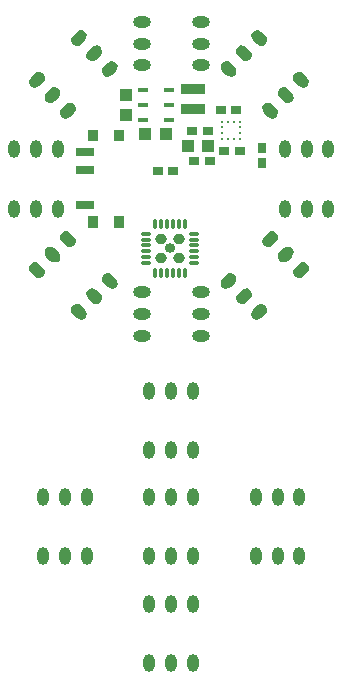
<source format=gtp>
G04 DipTrace 2.4.0.2*
%INfemale.gtp*%
%MOMM*%
%ADD19O,0.86X0.85*%
%ADD21O,0.973X0.96*%
%ADD23O,0.28X1.0*%
%ADD24O,1.0X0.28*%
%ADD28R,0.9X0.4*%
%ADD31O,1.5X1.0*%
%ADD32R,1.0X1.1*%
%ADD33R,1.1X1.0*%
%ADD34R,2.0X0.85*%
%ADD36O,1.0X1.5*%
%ADD39R,0.9X0.7*%
%ADD40R,0.7X0.9*%
%ADD41R,0.275X0.25*%
%ADD42R,0.25X0.275*%
%FSLAX53Y53*%
G04*
G71*
G90*
G75*
G01*
%LNTopPaste*%
%LPD*%
D19*
X26502Y46310D3*
D21*
X27275Y47048D3*
X25712Y47058D3*
X27265Y45515D3*
X25708Y45505D3*
D23*
X27748Y48338D3*
X27248D3*
X26748D3*
X26248D3*
X25748D3*
X25248D3*
D24*
X24448Y47538D3*
Y47038D3*
Y46538D3*
Y46038D3*
Y45538D3*
Y45038D3*
D23*
X25248Y44238D3*
X25748D3*
X26248D3*
X26748D3*
X27248D3*
X27748D3*
D24*
X28548Y45038D3*
Y45538D3*
Y46038D3*
Y46538D3*
Y47038D3*
Y47538D3*
D28*
X24193Y59731D3*
Y58431D3*
Y57131D3*
X26393D3*
Y58431D3*
Y59731D3*
D31*
X29118Y38855D3*
Y40705D3*
Y42555D3*
X24118D3*
Y40705D3*
Y38855D3*
D32*
X22758Y59261D3*
Y57561D3*
D33*
X26131Y55949D3*
X24431D3*
D34*
X28452Y59786D3*
Y58086D3*
G36*
X18615Y40396D2*
X18803Y40277D1*
X19024Y40253D1*
X19234Y40326D1*
X19392Y40483D1*
X19465Y40693D1*
X19440Y40915D1*
X19322Y41103D1*
X18968Y41457D1*
X18780Y41575D1*
X18559Y41600D1*
X18349Y41526D1*
X18191Y41369D1*
X18118Y41159D1*
X18143Y40938D1*
X18261Y40749D1*
X18615Y40396D1*
G37*
G36*
X19923Y41704D2*
X20111Y41586D1*
X20333Y41561D1*
X20543Y41634D1*
X20700Y41792D1*
X20773Y42002D1*
X20748Y42223D1*
X20630Y42411D1*
X20277Y42765D1*
X20088Y42883D1*
X19867Y42908D1*
X19657Y42834D1*
X19500Y42677D1*
X19426Y42467D1*
X19451Y42246D1*
X19569Y42058D1*
X19923Y41704D1*
G37*
G36*
X21231Y43012D2*
X21420Y42894D1*
X21641Y42869D1*
X21851Y42942D1*
X22008Y43100D1*
X22082Y43310D1*
X22057Y43531D1*
X21938Y43719D1*
X21585Y44073D1*
X21396Y44191D1*
X21175Y44216D1*
X20965Y44143D1*
X20808Y43985D1*
X20734Y43775D1*
X20759Y43554D1*
X20878Y43366D1*
X21231Y43012D1*
G37*
G36*
X17696Y46548D2*
X17884Y46429D1*
X18105Y46404D1*
X18315Y46478D1*
X18472Y46635D1*
X18546Y46845D1*
X18521Y47066D1*
X18403Y47255D1*
X18049Y47608D1*
X17861Y47727D1*
X17640Y47752D1*
X17430Y47678D1*
X17272Y47521D1*
X17199Y47311D1*
X17224Y47090D1*
X17342Y46901D1*
X17696Y46548D1*
G37*
G36*
X16387Y45240D2*
X16576Y45121D1*
X16797Y45096D1*
X17007Y45170D1*
X17164Y45327D1*
X17238Y45537D1*
X17213Y45758D1*
X17095Y45947D1*
X16741Y46300D1*
X16553Y46419D1*
X16331Y46443D1*
X16121Y46370D1*
X15964Y46213D1*
X15891Y46003D1*
X15915Y45781D1*
X16034Y45593D1*
X16387Y45240D1*
G37*
G36*
X15079Y43931D2*
X15268Y43813D1*
X15489Y43788D1*
X15699Y43862D1*
X15856Y44019D1*
X15930Y44229D1*
X15905Y44450D1*
X15786Y44638D1*
X15433Y44992D1*
X15244Y45110D1*
X15023Y45135D1*
X14813Y45062D1*
X14656Y44905D1*
X14582Y44694D1*
X14607Y44473D1*
X14726Y44285D1*
X15079Y43931D1*
G37*
D36*
X13309Y49664D3*
X15159D3*
X17009D3*
Y54664D3*
X15159D3*
X13309D3*
G36*
X14726Y60750D2*
X14607Y60562D1*
X14582Y60341D1*
X14656Y60131D1*
X14813Y59973D1*
X15023Y59900D1*
X15244Y59925D1*
X15433Y60043D1*
X15786Y60397D1*
X15905Y60585D1*
X15930Y60806D1*
X15856Y61016D1*
X15699Y61174D1*
X15489Y61247D1*
X15268Y61222D1*
X15079Y61104D1*
X14726Y60750D1*
G37*
G36*
X16034Y59442D2*
X15915Y59254D1*
X15891Y59033D1*
X15964Y58823D1*
X16121Y58665D1*
X16331Y58592D1*
X16553Y58617D1*
X16741Y58735D1*
X17095Y59089D1*
X17213Y59277D1*
X17238Y59498D1*
X17164Y59708D1*
X17007Y59865D1*
X16797Y59939D1*
X16576Y59914D1*
X16387Y59796D1*
X16034Y59442D1*
G37*
G36*
X17342Y58134D2*
X17224Y57946D1*
X17199Y57724D1*
X17272Y57514D1*
X17430Y57357D1*
X17640Y57284D1*
X17861Y57308D1*
X18049Y57427D1*
X18403Y57780D1*
X18521Y57969D1*
X18546Y58190D1*
X18473Y58400D1*
X18315Y58557D1*
X18105Y58631D1*
X17884Y58606D1*
X17696Y58488D1*
X17342Y58134D1*
G37*
G36*
X20878Y61669D2*
X20759Y61481D1*
X20734Y61260D1*
X20808Y61050D1*
X20965Y60893D1*
X21175Y60819D1*
X21396Y60844D1*
X21585Y60962D1*
X21938Y61316D1*
X22057Y61504D1*
X22082Y61725D1*
X22008Y61936D1*
X21851Y62093D1*
X21641Y62166D1*
X21420Y62141D1*
X21231Y62023D1*
X20878Y61669D1*
G37*
G36*
X19569Y62978D2*
X19451Y62789D1*
X19426Y62568D1*
X19500Y62358D1*
X19657Y62201D1*
X19867Y62127D1*
X20088Y62152D1*
X20277Y62271D1*
X20630Y62624D1*
X20748Y62812D1*
X20773Y63034D1*
X20700Y63244D1*
X20543Y63401D1*
X20333Y63474D1*
X20111Y63450D1*
X19923Y63331D1*
X19569Y62978D1*
G37*
G36*
X18261Y64286D2*
X18143Y64097D1*
X18118Y63876D1*
X18191Y63666D1*
X18349Y63509D1*
X18559Y63435D1*
X18780Y63460D1*
X18968Y63579D1*
X19322Y63932D1*
X19440Y64121D1*
X19465Y64342D1*
X19392Y64552D1*
X19234Y64709D1*
X19024Y64783D1*
X18803Y64758D1*
X18615Y64639D1*
X18261Y64286D1*
G37*
D31*
X24118Y65473D3*
Y63623D3*
Y61773D3*
X29118D3*
Y63623D3*
Y65473D3*
G36*
X34255Y64639D2*
X34067Y64758D1*
X33846Y64783D1*
X33636Y64709D1*
X33478Y64552D1*
X33405Y64342D1*
X33430Y64121D1*
X33548Y63932D1*
X33902Y63579D1*
X34090Y63460D1*
X34311Y63435D1*
X34521Y63509D1*
X34678Y63666D1*
X34752Y63876D1*
X34727Y64097D1*
X34609Y64286D1*
X34255Y64639D1*
G37*
G36*
X32947Y63331D2*
X32759Y63450D1*
X32537Y63475D1*
X32327Y63401D1*
X32170Y63244D1*
X32097Y63034D1*
X32121Y62813D1*
X32240Y62624D1*
X32593Y62271D1*
X32782Y62152D1*
X33003Y62127D1*
X33213Y62201D1*
X33370Y62358D1*
X33444Y62568D1*
X33419Y62789D1*
X33301Y62978D1*
X32947Y63331D1*
G37*
G36*
X31639Y62023D2*
X31450Y62141D1*
X31229Y62166D1*
X31019Y62093D1*
X30862Y61936D1*
X30788Y61725D1*
X30813Y61504D1*
X30932Y61316D1*
X31285Y60962D1*
X31474Y60844D1*
X31695Y60819D1*
X31905Y60893D1*
X32062Y61050D1*
X32136Y61260D1*
X32111Y61481D1*
X31992Y61669D1*
X31639Y62023D1*
G37*
G36*
X35174Y58488D2*
X34986Y58606D1*
X34765Y58631D1*
X34555Y58557D1*
X34397Y58400D1*
X34324Y58190D1*
X34349Y57969D1*
X34467Y57780D1*
X34821Y57427D1*
X35009Y57308D1*
X35230Y57284D1*
X35440Y57357D1*
X35598Y57514D1*
X35671Y57724D1*
X35646Y57946D1*
X35528Y58134D1*
X35174Y58488D1*
G37*
G36*
X36483Y59796D2*
X36294Y59914D1*
X36073Y59939D1*
X35863Y59865D1*
X35706Y59708D1*
X35632Y59498D1*
X35657Y59277D1*
X35775Y59089D1*
X36129Y58735D1*
X36317Y58617D1*
X36539Y58592D1*
X36749Y58665D1*
X36906Y58823D1*
X36979Y59033D1*
X36954Y59254D1*
X36836Y59442D1*
X36483Y59796D1*
G37*
G36*
X37791Y61104D2*
X37602Y61222D1*
X37381Y61247D1*
X37171Y61174D1*
X37014Y61016D1*
X36940Y60806D1*
X36965Y60585D1*
X37084Y60397D1*
X37437Y60043D1*
X37626Y59925D1*
X37847Y59900D1*
X38057Y59973D1*
X38214Y60131D1*
X38288Y60341D1*
X38263Y60562D1*
X38144Y60750D1*
X37791Y61104D1*
G37*
D36*
X39927Y54664D3*
X38077D3*
X36227D3*
Y49664D3*
X38077D3*
X39927D3*
G36*
X38144Y44285D2*
X38263Y44473D1*
X38288Y44695D1*
X38214Y44905D1*
X38057Y45062D1*
X37847Y45135D1*
X37626Y45110D1*
X37437Y44992D1*
X37084Y44639D1*
X36965Y44450D1*
X36940Y44229D1*
X37014Y44019D1*
X37171Y43862D1*
X37381Y43788D1*
X37602Y43813D1*
X37791Y43931D1*
X38144Y44285D1*
G37*
G36*
X36836Y45593D2*
X36955Y45782D1*
X36979Y46003D1*
X36906Y46213D1*
X36749Y46370D1*
X36539Y46444D1*
X36317Y46419D1*
X36129Y46300D1*
X35775Y45947D1*
X35657Y45758D1*
X35632Y45537D1*
X35706Y45327D1*
X35863Y45170D1*
X36073Y45096D1*
X36294Y45121D1*
X36483Y45240D1*
X36836Y45593D1*
G37*
G36*
X35528Y46901D2*
X35646Y47090D1*
X35671Y47311D1*
X35598Y47521D1*
X35440Y47678D1*
X35230Y47752D1*
X35009Y47727D1*
X34821Y47608D1*
X34467Y47255D1*
X34349Y47066D1*
X34324Y46845D1*
X34397Y46635D1*
X34555Y46478D1*
X34765Y46404D1*
X34986Y46429D1*
X35174Y46548D1*
X35528Y46901D1*
G37*
G36*
X31992Y43366D2*
X32111Y43554D1*
X32136Y43775D1*
X32062Y43985D1*
X31905Y44143D1*
X31695Y44216D1*
X31474Y44191D1*
X31285Y44073D1*
X30932Y43719D1*
X30813Y43531D1*
X30788Y43310D1*
X30862Y43100D1*
X31019Y42942D1*
X31229Y42869D1*
X31450Y42894D1*
X31639Y43012D1*
X31992Y43366D1*
G37*
G36*
X33301Y42058D2*
X33419Y42246D1*
X33444Y42467D1*
X33370Y42677D1*
X33213Y42834D1*
X33003Y42908D1*
X32782Y42883D1*
X32593Y42765D1*
X32240Y42411D1*
X32122Y42223D1*
X32097Y42002D1*
X32170Y41792D1*
X32327Y41634D1*
X32537Y41561D1*
X32759Y41586D1*
X32947Y41704D1*
X33301Y42058D1*
G37*
G36*
X34609Y40749D2*
X34727Y40938D1*
X34752Y41159D1*
X34679Y41369D1*
X34521Y41526D1*
X34311Y41600D1*
X34090Y41575D1*
X33902Y41457D1*
X33548Y41103D1*
X33430Y40915D1*
X33405Y40693D1*
X33478Y40483D1*
X33636Y40326D1*
X33846Y40253D1*
X34067Y40277D1*
X34255Y40396D1*
X34609Y40749D1*
G37*
G36*
X19592Y49045D2*
X20392D1*
Y48045D1*
X19592D1*
Y49045D1*
G37*
G36*
X21792D2*
X22592D1*
Y48045D1*
X21792D1*
Y49045D1*
G37*
G36*
Y56345D2*
X22592D1*
Y55345D1*
X21792D1*
Y56345D1*
G37*
G36*
X19592D2*
X20392D1*
Y55345D1*
X19592D1*
Y56345D1*
G37*
G36*
X18592Y54795D2*
X20092D1*
Y54095D1*
X18592D1*
Y54795D1*
G37*
G36*
Y53295D2*
X20092D1*
Y52595D1*
X18592D1*
Y53295D1*
G37*
G36*
Y50295D2*
X20092D1*
Y49595D1*
X18592D1*
Y50295D1*
G37*
D36*
X28468Y34205D3*
X26618D3*
X24768D3*
Y29205D3*
X26618D3*
X28468D3*
Y25205D3*
X26618D3*
X24768D3*
Y20205D3*
X26618D3*
X28468D3*
Y16205D3*
X26618D3*
X24768D3*
Y11205D3*
X26618D3*
X28468D3*
X15768Y20205D3*
X17618D3*
X19468D3*
Y25205D3*
X17618D3*
X15768D3*
D39*
X26773Y52857D3*
X25473D3*
D40*
X34318Y54826D3*
Y53526D3*
D39*
X32406Y54510D3*
X31106D3*
X32089Y58000D3*
X30789D3*
X29867Y53674D3*
X28567D3*
X29704Y56201D3*
X28404D3*
D33*
X29712Y54944D3*
X28012D3*
D41*
X32448Y55528D3*
Y56028D3*
Y56528D3*
Y57028D3*
D42*
X31948D3*
X31448D3*
D41*
X30948D3*
Y56528D3*
Y56028D3*
Y55528D3*
D42*
X31448D3*
X31948D3*
D36*
X37468Y25205D3*
X35618D3*
X33768D3*
Y20205D3*
X35618D3*
X37468D3*
M02*

</source>
